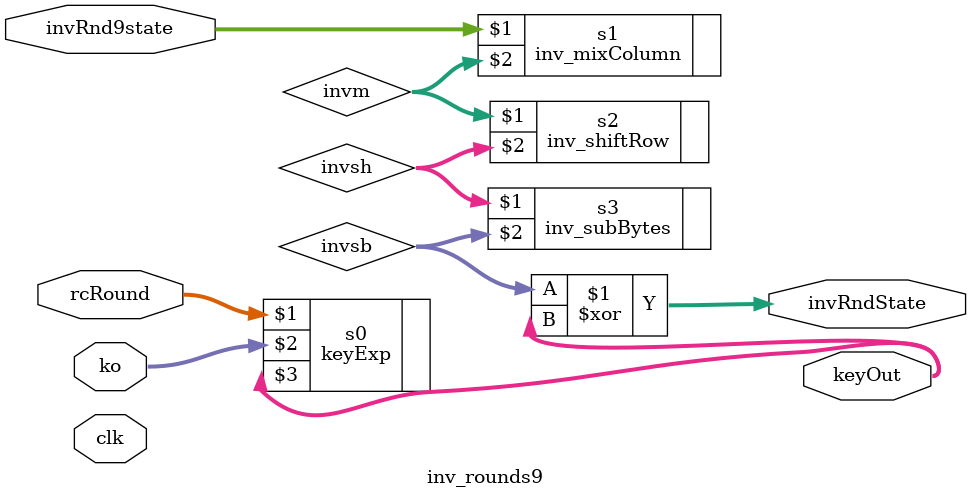
<source format=v>
`timescale 1ns / 1ps
module inv_rounds9(clk,rcRound,ko,invRnd9state,keyOut,invRndState);
input clk;
input [3:0] rcRound;
input [127:0] ko;
input [127:0] invRnd9state;
output [127:0] keyOut;
output [127:0] invRndState;


wire [127:0] invm,invsh,invsb;

//1-9 rounds
keyExp s0(rcRound,ko,keyOut);
inv_mixColumn s1(invRnd9state, invm);
inv_shiftRow s2(invm,invsh);
inv_subBytes s3(invsh,invsb);

assign invRndState = invsb^keyOut;

endmodule
</source>
